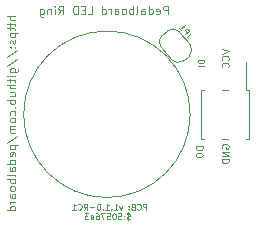
<source format=gbo>
G04 #@! TF.GenerationSoftware,KiCad,Pcbnew,7.0.9-7.0.9~ubuntu23.04.1*
G04 #@! TF.CreationDate,2024-01-10T19:27:55+00:00*
G04 #@! TF.ProjectId,pedalboard-led-ring,70656461-6c62-46f6-9172-642d6c65642d,1.1.0-RC1*
G04 #@! TF.SameCoordinates,Original*
G04 #@! TF.FileFunction,Legend,Bot*
G04 #@! TF.FilePolarity,Positive*
%FSLAX46Y46*%
G04 Gerber Fmt 4.6, Leading zero omitted, Abs format (unit mm)*
G04 Created by KiCad (PCBNEW 7.0.9-7.0.9~ubuntu23.04.1) date 2024-01-10 19:27:55*
%MOMM*%
%LPD*%
G01*
G04 APERTURE LIST*
%ADD10C,0.100000*%
%ADD11C,0.120000*%
%ADD12R,1.000000X2.750000*%
G04 APERTURE END LIST*
D10*
X87050000Y-60000000D02*
G75*
G03*
X87050000Y-60000000I-7050000J0D01*
G01*
X88203609Y-55384836D02*
X87703609Y-55384836D01*
X87703609Y-55384836D02*
X87703609Y-55503884D01*
X87703609Y-55503884D02*
X87727419Y-55575312D01*
X87727419Y-55575312D02*
X87775038Y-55622931D01*
X87775038Y-55622931D02*
X87822657Y-55646741D01*
X87822657Y-55646741D02*
X87917895Y-55670550D01*
X87917895Y-55670550D02*
X87989323Y-55670550D01*
X87989323Y-55670550D02*
X88084561Y-55646741D01*
X88084561Y-55646741D02*
X88132180Y-55622931D01*
X88132180Y-55622931D02*
X88179800Y-55575312D01*
X88179800Y-55575312D02*
X88203609Y-55503884D01*
X88203609Y-55503884D02*
X88203609Y-55384836D01*
X88203609Y-55884836D02*
X87703609Y-55884836D01*
X88121371Y-62708646D02*
X87521371Y-62708646D01*
X87521371Y-62708646D02*
X87521371Y-62851503D01*
X87521371Y-62851503D02*
X87549942Y-62937217D01*
X87549942Y-62937217D02*
X87607085Y-62994360D01*
X87607085Y-62994360D02*
X87664228Y-63022931D01*
X87664228Y-63022931D02*
X87778514Y-63051503D01*
X87778514Y-63051503D02*
X87864228Y-63051503D01*
X87864228Y-63051503D02*
X87978514Y-63022931D01*
X87978514Y-63022931D02*
X88035657Y-62994360D01*
X88035657Y-62994360D02*
X88092800Y-62937217D01*
X88092800Y-62937217D02*
X88121371Y-62851503D01*
X88121371Y-62851503D02*
X88121371Y-62708646D01*
X87521371Y-63422931D02*
X87521371Y-63480074D01*
X87521371Y-63480074D02*
X87549942Y-63537217D01*
X87549942Y-63537217D02*
X87578514Y-63565789D01*
X87578514Y-63565789D02*
X87635657Y-63594360D01*
X87635657Y-63594360D02*
X87749942Y-63622931D01*
X87749942Y-63622931D02*
X87892800Y-63622931D01*
X87892800Y-63622931D02*
X88007085Y-63594360D01*
X88007085Y-63594360D02*
X88064228Y-63565789D01*
X88064228Y-63565789D02*
X88092800Y-63537217D01*
X88092800Y-63537217D02*
X88121371Y-63480074D01*
X88121371Y-63480074D02*
X88121371Y-63422931D01*
X88121371Y-63422931D02*
X88092800Y-63365789D01*
X88092800Y-63365789D02*
X88064228Y-63337217D01*
X88064228Y-63337217D02*
X88007085Y-63308646D01*
X88007085Y-63308646D02*
X87892800Y-63280074D01*
X87892800Y-63280074D02*
X87749942Y-63280074D01*
X87749942Y-63280074D02*
X87635657Y-63308646D01*
X87635657Y-63308646D02*
X87578514Y-63337217D01*
X87578514Y-63337217D02*
X87549942Y-63365789D01*
X87549942Y-63365789D02*
X87521371Y-63422931D01*
X89749942Y-62872931D02*
X89721371Y-62815789D01*
X89721371Y-62815789D02*
X89721371Y-62730074D01*
X89721371Y-62730074D02*
X89749942Y-62644360D01*
X89749942Y-62644360D02*
X89807085Y-62587217D01*
X89807085Y-62587217D02*
X89864228Y-62558646D01*
X89864228Y-62558646D02*
X89978514Y-62530074D01*
X89978514Y-62530074D02*
X90064228Y-62530074D01*
X90064228Y-62530074D02*
X90178514Y-62558646D01*
X90178514Y-62558646D02*
X90235657Y-62587217D01*
X90235657Y-62587217D02*
X90292800Y-62644360D01*
X90292800Y-62644360D02*
X90321371Y-62730074D01*
X90321371Y-62730074D02*
X90321371Y-62787217D01*
X90321371Y-62787217D02*
X90292800Y-62872931D01*
X90292800Y-62872931D02*
X90264228Y-62901503D01*
X90264228Y-62901503D02*
X90064228Y-62901503D01*
X90064228Y-62901503D02*
X90064228Y-62787217D01*
X90321371Y-63158646D02*
X89721371Y-63158646D01*
X89721371Y-63158646D02*
X90321371Y-63501503D01*
X90321371Y-63501503D02*
X89721371Y-63501503D01*
X90321371Y-63787217D02*
X89721371Y-63787217D01*
X89721371Y-63787217D02*
X89721371Y-63930074D01*
X89721371Y-63930074D02*
X89749942Y-64015788D01*
X89749942Y-64015788D02*
X89807085Y-64072931D01*
X89807085Y-64072931D02*
X89864228Y-64101502D01*
X89864228Y-64101502D02*
X89978514Y-64130074D01*
X89978514Y-64130074D02*
X90064228Y-64130074D01*
X90064228Y-64130074D02*
X90178514Y-64101502D01*
X90178514Y-64101502D02*
X90235657Y-64072931D01*
X90235657Y-64072931D02*
X90292800Y-64015788D01*
X90292800Y-64015788D02*
X90321371Y-63930074D01*
X90321371Y-63930074D02*
X90321371Y-63787217D01*
X72249133Y-51703336D02*
X71549133Y-51703336D01*
X72249133Y-52003336D02*
X71882466Y-52003336D01*
X71882466Y-52003336D02*
X71815800Y-51970003D01*
X71815800Y-51970003D02*
X71782466Y-51903336D01*
X71782466Y-51903336D02*
X71782466Y-51803336D01*
X71782466Y-51803336D02*
X71815800Y-51736670D01*
X71815800Y-51736670D02*
X71849133Y-51703336D01*
X71782466Y-52236669D02*
X71782466Y-52503336D01*
X71549133Y-52336669D02*
X72149133Y-52336669D01*
X72149133Y-52336669D02*
X72215800Y-52370003D01*
X72215800Y-52370003D02*
X72249133Y-52436669D01*
X72249133Y-52436669D02*
X72249133Y-52503336D01*
X71782466Y-52636669D02*
X71782466Y-52903336D01*
X71549133Y-52736669D02*
X72149133Y-52736669D01*
X72149133Y-52736669D02*
X72215800Y-52770003D01*
X72215800Y-52770003D02*
X72249133Y-52836669D01*
X72249133Y-52836669D02*
X72249133Y-52903336D01*
X71782466Y-53136669D02*
X72482466Y-53136669D01*
X71815800Y-53136669D02*
X71782466Y-53203336D01*
X71782466Y-53203336D02*
X71782466Y-53336669D01*
X71782466Y-53336669D02*
X71815800Y-53403336D01*
X71815800Y-53403336D02*
X71849133Y-53436669D01*
X71849133Y-53436669D02*
X71915800Y-53470003D01*
X71915800Y-53470003D02*
X72115800Y-53470003D01*
X72115800Y-53470003D02*
X72182466Y-53436669D01*
X72182466Y-53436669D02*
X72215800Y-53403336D01*
X72215800Y-53403336D02*
X72249133Y-53336669D01*
X72249133Y-53336669D02*
X72249133Y-53203336D01*
X72249133Y-53203336D02*
X72215800Y-53136669D01*
X72215800Y-53736669D02*
X72249133Y-53803336D01*
X72249133Y-53803336D02*
X72249133Y-53936669D01*
X72249133Y-53936669D02*
X72215800Y-54003336D01*
X72215800Y-54003336D02*
X72149133Y-54036669D01*
X72149133Y-54036669D02*
X72115800Y-54036669D01*
X72115800Y-54036669D02*
X72049133Y-54003336D01*
X72049133Y-54003336D02*
X72015800Y-53936669D01*
X72015800Y-53936669D02*
X72015800Y-53836669D01*
X72015800Y-53836669D02*
X71982466Y-53770002D01*
X71982466Y-53770002D02*
X71915800Y-53736669D01*
X71915800Y-53736669D02*
X71882466Y-53736669D01*
X71882466Y-53736669D02*
X71815800Y-53770002D01*
X71815800Y-53770002D02*
X71782466Y-53836669D01*
X71782466Y-53836669D02*
X71782466Y-53936669D01*
X71782466Y-53936669D02*
X71815800Y-54003336D01*
X72182466Y-54336669D02*
X72215800Y-54370003D01*
X72215800Y-54370003D02*
X72249133Y-54336669D01*
X72249133Y-54336669D02*
X72215800Y-54303336D01*
X72215800Y-54303336D02*
X72182466Y-54336669D01*
X72182466Y-54336669D02*
X72249133Y-54336669D01*
X71815800Y-54336669D02*
X71849133Y-54370003D01*
X71849133Y-54370003D02*
X71882466Y-54336669D01*
X71882466Y-54336669D02*
X71849133Y-54303336D01*
X71849133Y-54303336D02*
X71815800Y-54336669D01*
X71815800Y-54336669D02*
X71882466Y-54336669D01*
X71515800Y-55170002D02*
X72415800Y-54570002D01*
X71515800Y-55903335D02*
X72415800Y-55303335D01*
X71782466Y-56436668D02*
X72349133Y-56436668D01*
X72349133Y-56436668D02*
X72415800Y-56403335D01*
X72415800Y-56403335D02*
X72449133Y-56370002D01*
X72449133Y-56370002D02*
X72482466Y-56303335D01*
X72482466Y-56303335D02*
X72482466Y-56203335D01*
X72482466Y-56203335D02*
X72449133Y-56136668D01*
X72215800Y-56436668D02*
X72249133Y-56370002D01*
X72249133Y-56370002D02*
X72249133Y-56236668D01*
X72249133Y-56236668D02*
X72215800Y-56170002D01*
X72215800Y-56170002D02*
X72182466Y-56136668D01*
X72182466Y-56136668D02*
X72115800Y-56103335D01*
X72115800Y-56103335D02*
X71915800Y-56103335D01*
X71915800Y-56103335D02*
X71849133Y-56136668D01*
X71849133Y-56136668D02*
X71815800Y-56170002D01*
X71815800Y-56170002D02*
X71782466Y-56236668D01*
X71782466Y-56236668D02*
X71782466Y-56370002D01*
X71782466Y-56370002D02*
X71815800Y-56436668D01*
X72249133Y-56770001D02*
X71782466Y-56770001D01*
X71549133Y-56770001D02*
X71582466Y-56736668D01*
X71582466Y-56736668D02*
X71615800Y-56770001D01*
X71615800Y-56770001D02*
X71582466Y-56803335D01*
X71582466Y-56803335D02*
X71549133Y-56770001D01*
X71549133Y-56770001D02*
X71615800Y-56770001D01*
X71782466Y-57003334D02*
X71782466Y-57270001D01*
X71549133Y-57103334D02*
X72149133Y-57103334D01*
X72149133Y-57103334D02*
X72215800Y-57136668D01*
X72215800Y-57136668D02*
X72249133Y-57203334D01*
X72249133Y-57203334D02*
X72249133Y-57270001D01*
X72249133Y-57503334D02*
X71549133Y-57503334D01*
X72249133Y-57803334D02*
X71882466Y-57803334D01*
X71882466Y-57803334D02*
X71815800Y-57770001D01*
X71815800Y-57770001D02*
X71782466Y-57703334D01*
X71782466Y-57703334D02*
X71782466Y-57603334D01*
X71782466Y-57603334D02*
X71815800Y-57536668D01*
X71815800Y-57536668D02*
X71849133Y-57503334D01*
X71782466Y-58436667D02*
X72249133Y-58436667D01*
X71782466Y-58136667D02*
X72149133Y-58136667D01*
X72149133Y-58136667D02*
X72215800Y-58170001D01*
X72215800Y-58170001D02*
X72249133Y-58236667D01*
X72249133Y-58236667D02*
X72249133Y-58336667D01*
X72249133Y-58336667D02*
X72215800Y-58403334D01*
X72215800Y-58403334D02*
X72182466Y-58436667D01*
X72249133Y-58770000D02*
X71549133Y-58770000D01*
X71815800Y-58770000D02*
X71782466Y-58836667D01*
X71782466Y-58836667D02*
X71782466Y-58970000D01*
X71782466Y-58970000D02*
X71815800Y-59036667D01*
X71815800Y-59036667D02*
X71849133Y-59070000D01*
X71849133Y-59070000D02*
X71915800Y-59103334D01*
X71915800Y-59103334D02*
X72115800Y-59103334D01*
X72115800Y-59103334D02*
X72182466Y-59070000D01*
X72182466Y-59070000D02*
X72215800Y-59036667D01*
X72215800Y-59036667D02*
X72249133Y-58970000D01*
X72249133Y-58970000D02*
X72249133Y-58836667D01*
X72249133Y-58836667D02*
X72215800Y-58770000D01*
X72182466Y-59403333D02*
X72215800Y-59436667D01*
X72215800Y-59436667D02*
X72249133Y-59403333D01*
X72249133Y-59403333D02*
X72215800Y-59370000D01*
X72215800Y-59370000D02*
X72182466Y-59403333D01*
X72182466Y-59403333D02*
X72249133Y-59403333D01*
X72215800Y-60036666D02*
X72249133Y-59970000D01*
X72249133Y-59970000D02*
X72249133Y-59836666D01*
X72249133Y-59836666D02*
X72215800Y-59770000D01*
X72215800Y-59770000D02*
X72182466Y-59736666D01*
X72182466Y-59736666D02*
X72115800Y-59703333D01*
X72115800Y-59703333D02*
X71915800Y-59703333D01*
X71915800Y-59703333D02*
X71849133Y-59736666D01*
X71849133Y-59736666D02*
X71815800Y-59770000D01*
X71815800Y-59770000D02*
X71782466Y-59836666D01*
X71782466Y-59836666D02*
X71782466Y-59970000D01*
X71782466Y-59970000D02*
X71815800Y-60036666D01*
X72249133Y-60436666D02*
X72215800Y-60370000D01*
X72215800Y-60370000D02*
X72182466Y-60336666D01*
X72182466Y-60336666D02*
X72115800Y-60303333D01*
X72115800Y-60303333D02*
X71915800Y-60303333D01*
X71915800Y-60303333D02*
X71849133Y-60336666D01*
X71849133Y-60336666D02*
X71815800Y-60370000D01*
X71815800Y-60370000D02*
X71782466Y-60436666D01*
X71782466Y-60436666D02*
X71782466Y-60536666D01*
X71782466Y-60536666D02*
X71815800Y-60603333D01*
X71815800Y-60603333D02*
X71849133Y-60636666D01*
X71849133Y-60636666D02*
X71915800Y-60670000D01*
X71915800Y-60670000D02*
X72115800Y-60670000D01*
X72115800Y-60670000D02*
X72182466Y-60636666D01*
X72182466Y-60636666D02*
X72215800Y-60603333D01*
X72215800Y-60603333D02*
X72249133Y-60536666D01*
X72249133Y-60536666D02*
X72249133Y-60436666D01*
X72249133Y-60969999D02*
X71782466Y-60969999D01*
X71849133Y-60969999D02*
X71815800Y-61003333D01*
X71815800Y-61003333D02*
X71782466Y-61069999D01*
X71782466Y-61069999D02*
X71782466Y-61169999D01*
X71782466Y-61169999D02*
X71815800Y-61236666D01*
X71815800Y-61236666D02*
X71882466Y-61269999D01*
X71882466Y-61269999D02*
X72249133Y-61269999D01*
X71882466Y-61269999D02*
X71815800Y-61303333D01*
X71815800Y-61303333D02*
X71782466Y-61369999D01*
X71782466Y-61369999D02*
X71782466Y-61469999D01*
X71782466Y-61469999D02*
X71815800Y-61536666D01*
X71815800Y-61536666D02*
X71882466Y-61569999D01*
X71882466Y-61569999D02*
X72249133Y-61569999D01*
X71515800Y-62403332D02*
X72415800Y-61803332D01*
X71782466Y-62636665D02*
X72482466Y-62636665D01*
X71815800Y-62636665D02*
X71782466Y-62703332D01*
X71782466Y-62703332D02*
X71782466Y-62836665D01*
X71782466Y-62836665D02*
X71815800Y-62903332D01*
X71815800Y-62903332D02*
X71849133Y-62936665D01*
X71849133Y-62936665D02*
X71915800Y-62969999D01*
X71915800Y-62969999D02*
X72115800Y-62969999D01*
X72115800Y-62969999D02*
X72182466Y-62936665D01*
X72182466Y-62936665D02*
X72215800Y-62903332D01*
X72215800Y-62903332D02*
X72249133Y-62836665D01*
X72249133Y-62836665D02*
X72249133Y-62703332D01*
X72249133Y-62703332D02*
X72215800Y-62636665D01*
X72215800Y-63536665D02*
X72249133Y-63469998D01*
X72249133Y-63469998D02*
X72249133Y-63336665D01*
X72249133Y-63336665D02*
X72215800Y-63269998D01*
X72215800Y-63269998D02*
X72149133Y-63236665D01*
X72149133Y-63236665D02*
X71882466Y-63236665D01*
X71882466Y-63236665D02*
X71815800Y-63269998D01*
X71815800Y-63269998D02*
X71782466Y-63336665D01*
X71782466Y-63336665D02*
X71782466Y-63469998D01*
X71782466Y-63469998D02*
X71815800Y-63536665D01*
X71815800Y-63536665D02*
X71882466Y-63569998D01*
X71882466Y-63569998D02*
X71949133Y-63569998D01*
X71949133Y-63569998D02*
X72015800Y-63236665D01*
X72249133Y-64169998D02*
X71549133Y-64169998D01*
X72215800Y-64169998D02*
X72249133Y-64103332D01*
X72249133Y-64103332D02*
X72249133Y-63969998D01*
X72249133Y-63969998D02*
X72215800Y-63903332D01*
X72215800Y-63903332D02*
X72182466Y-63869998D01*
X72182466Y-63869998D02*
X72115800Y-63836665D01*
X72115800Y-63836665D02*
X71915800Y-63836665D01*
X71915800Y-63836665D02*
X71849133Y-63869998D01*
X71849133Y-63869998D02*
X71815800Y-63903332D01*
X71815800Y-63903332D02*
X71782466Y-63969998D01*
X71782466Y-63969998D02*
X71782466Y-64103332D01*
X71782466Y-64103332D02*
X71815800Y-64169998D01*
X72249133Y-64803331D02*
X71882466Y-64803331D01*
X71882466Y-64803331D02*
X71815800Y-64769998D01*
X71815800Y-64769998D02*
X71782466Y-64703331D01*
X71782466Y-64703331D02*
X71782466Y-64569998D01*
X71782466Y-64569998D02*
X71815800Y-64503331D01*
X72215800Y-64803331D02*
X72249133Y-64736665D01*
X72249133Y-64736665D02*
X72249133Y-64569998D01*
X72249133Y-64569998D02*
X72215800Y-64503331D01*
X72215800Y-64503331D02*
X72149133Y-64469998D01*
X72149133Y-64469998D02*
X72082466Y-64469998D01*
X72082466Y-64469998D02*
X72015800Y-64503331D01*
X72015800Y-64503331D02*
X71982466Y-64569998D01*
X71982466Y-64569998D02*
X71982466Y-64736665D01*
X71982466Y-64736665D02*
X71949133Y-64803331D01*
X72249133Y-65236664D02*
X72215800Y-65169998D01*
X72215800Y-65169998D02*
X72149133Y-65136664D01*
X72149133Y-65136664D02*
X71549133Y-65136664D01*
X72249133Y-65503331D02*
X71549133Y-65503331D01*
X71815800Y-65503331D02*
X71782466Y-65569998D01*
X71782466Y-65569998D02*
X71782466Y-65703331D01*
X71782466Y-65703331D02*
X71815800Y-65769998D01*
X71815800Y-65769998D02*
X71849133Y-65803331D01*
X71849133Y-65803331D02*
X71915800Y-65836665D01*
X71915800Y-65836665D02*
X72115800Y-65836665D01*
X72115800Y-65836665D02*
X72182466Y-65803331D01*
X72182466Y-65803331D02*
X72215800Y-65769998D01*
X72215800Y-65769998D02*
X72249133Y-65703331D01*
X72249133Y-65703331D02*
X72249133Y-65569998D01*
X72249133Y-65569998D02*
X72215800Y-65503331D01*
X72249133Y-66236664D02*
X72215800Y-66169998D01*
X72215800Y-66169998D02*
X72182466Y-66136664D01*
X72182466Y-66136664D02*
X72115800Y-66103331D01*
X72115800Y-66103331D02*
X71915800Y-66103331D01*
X71915800Y-66103331D02*
X71849133Y-66136664D01*
X71849133Y-66136664D02*
X71815800Y-66169998D01*
X71815800Y-66169998D02*
X71782466Y-66236664D01*
X71782466Y-66236664D02*
X71782466Y-66336664D01*
X71782466Y-66336664D02*
X71815800Y-66403331D01*
X71815800Y-66403331D02*
X71849133Y-66436664D01*
X71849133Y-66436664D02*
X71915800Y-66469998D01*
X71915800Y-66469998D02*
X72115800Y-66469998D01*
X72115800Y-66469998D02*
X72182466Y-66436664D01*
X72182466Y-66436664D02*
X72215800Y-66403331D01*
X72215800Y-66403331D02*
X72249133Y-66336664D01*
X72249133Y-66336664D02*
X72249133Y-66236664D01*
X72249133Y-67069997D02*
X71882466Y-67069997D01*
X71882466Y-67069997D02*
X71815800Y-67036664D01*
X71815800Y-67036664D02*
X71782466Y-66969997D01*
X71782466Y-66969997D02*
X71782466Y-66836664D01*
X71782466Y-66836664D02*
X71815800Y-66769997D01*
X72215800Y-67069997D02*
X72249133Y-67003331D01*
X72249133Y-67003331D02*
X72249133Y-66836664D01*
X72249133Y-66836664D02*
X72215800Y-66769997D01*
X72215800Y-66769997D02*
X72149133Y-66736664D01*
X72149133Y-66736664D02*
X72082466Y-66736664D01*
X72082466Y-66736664D02*
X72015800Y-66769997D01*
X72015800Y-66769997D02*
X71982466Y-66836664D01*
X71982466Y-66836664D02*
X71982466Y-67003331D01*
X71982466Y-67003331D02*
X71949133Y-67069997D01*
X72249133Y-67403330D02*
X71782466Y-67403330D01*
X71915800Y-67403330D02*
X71849133Y-67436664D01*
X71849133Y-67436664D02*
X71815800Y-67469997D01*
X71815800Y-67469997D02*
X71782466Y-67536664D01*
X71782466Y-67536664D02*
X71782466Y-67603330D01*
X72249133Y-68136663D02*
X71549133Y-68136663D01*
X72215800Y-68136663D02*
X72249133Y-68069997D01*
X72249133Y-68069997D02*
X72249133Y-67936663D01*
X72249133Y-67936663D02*
X72215800Y-67869997D01*
X72215800Y-67869997D02*
X72182466Y-67836663D01*
X72182466Y-67836663D02*
X72115800Y-67803330D01*
X72115800Y-67803330D02*
X71915800Y-67803330D01*
X71915800Y-67803330D02*
X71849133Y-67836663D01*
X71849133Y-67836663D02*
X71815800Y-67869997D01*
X71815800Y-67869997D02*
X71782466Y-67936663D01*
X71782466Y-67936663D02*
X71782466Y-68069997D01*
X71782466Y-68069997D02*
X71815800Y-68136663D01*
X89711371Y-54462931D02*
X90311371Y-54662931D01*
X90311371Y-54662931D02*
X89711371Y-54862931D01*
X90254228Y-55405789D02*
X90282800Y-55377217D01*
X90282800Y-55377217D02*
X90311371Y-55291503D01*
X90311371Y-55291503D02*
X90311371Y-55234360D01*
X90311371Y-55234360D02*
X90282800Y-55148646D01*
X90282800Y-55148646D02*
X90225657Y-55091503D01*
X90225657Y-55091503D02*
X90168514Y-55062932D01*
X90168514Y-55062932D02*
X90054228Y-55034360D01*
X90054228Y-55034360D02*
X89968514Y-55034360D01*
X89968514Y-55034360D02*
X89854228Y-55062932D01*
X89854228Y-55062932D02*
X89797085Y-55091503D01*
X89797085Y-55091503D02*
X89739942Y-55148646D01*
X89739942Y-55148646D02*
X89711371Y-55234360D01*
X89711371Y-55234360D02*
X89711371Y-55291503D01*
X89711371Y-55291503D02*
X89739942Y-55377217D01*
X89739942Y-55377217D02*
X89768514Y-55405789D01*
X90254228Y-56005789D02*
X90282800Y-55977217D01*
X90282800Y-55977217D02*
X90311371Y-55891503D01*
X90311371Y-55891503D02*
X90311371Y-55834360D01*
X90311371Y-55834360D02*
X90282800Y-55748646D01*
X90282800Y-55748646D02*
X90225657Y-55691503D01*
X90225657Y-55691503D02*
X90168514Y-55662932D01*
X90168514Y-55662932D02*
X90054228Y-55634360D01*
X90054228Y-55634360D02*
X89968514Y-55634360D01*
X89968514Y-55634360D02*
X89854228Y-55662932D01*
X89854228Y-55662932D02*
X89797085Y-55691503D01*
X89797085Y-55691503D02*
X89739942Y-55748646D01*
X89739942Y-55748646D02*
X89711371Y-55834360D01*
X89711371Y-55834360D02*
X89711371Y-55891503D01*
X89711371Y-55891503D02*
X89739942Y-55977217D01*
X89739942Y-55977217D02*
X89768514Y-56005789D01*
X83351426Y-68078609D02*
X83351426Y-67578609D01*
X83351426Y-67578609D02*
X83160950Y-67578609D01*
X83160950Y-67578609D02*
X83113331Y-67602419D01*
X83113331Y-67602419D02*
X83089521Y-67626228D01*
X83089521Y-67626228D02*
X83065712Y-67673847D01*
X83065712Y-67673847D02*
X83065712Y-67745276D01*
X83065712Y-67745276D02*
X83089521Y-67792895D01*
X83089521Y-67792895D02*
X83113331Y-67816704D01*
X83113331Y-67816704D02*
X83160950Y-67840514D01*
X83160950Y-67840514D02*
X83351426Y-67840514D01*
X82565712Y-68030990D02*
X82589521Y-68054800D01*
X82589521Y-68054800D02*
X82660950Y-68078609D01*
X82660950Y-68078609D02*
X82708569Y-68078609D01*
X82708569Y-68078609D02*
X82779997Y-68054800D01*
X82779997Y-68054800D02*
X82827616Y-68007180D01*
X82827616Y-68007180D02*
X82851426Y-67959561D01*
X82851426Y-67959561D02*
X82875235Y-67864323D01*
X82875235Y-67864323D02*
X82875235Y-67792895D01*
X82875235Y-67792895D02*
X82851426Y-67697657D01*
X82851426Y-67697657D02*
X82827616Y-67650038D01*
X82827616Y-67650038D02*
X82779997Y-67602419D01*
X82779997Y-67602419D02*
X82708569Y-67578609D01*
X82708569Y-67578609D02*
X82660950Y-67578609D01*
X82660950Y-67578609D02*
X82589521Y-67602419D01*
X82589521Y-67602419D02*
X82565712Y-67626228D01*
X82184759Y-67816704D02*
X82113331Y-67840514D01*
X82113331Y-67840514D02*
X82089521Y-67864323D01*
X82089521Y-67864323D02*
X82065712Y-67911942D01*
X82065712Y-67911942D02*
X82065712Y-67983371D01*
X82065712Y-67983371D02*
X82089521Y-68030990D01*
X82089521Y-68030990D02*
X82113331Y-68054800D01*
X82113331Y-68054800D02*
X82160950Y-68078609D01*
X82160950Y-68078609D02*
X82351426Y-68078609D01*
X82351426Y-68078609D02*
X82351426Y-67578609D01*
X82351426Y-67578609D02*
X82184759Y-67578609D01*
X82184759Y-67578609D02*
X82137140Y-67602419D01*
X82137140Y-67602419D02*
X82113331Y-67626228D01*
X82113331Y-67626228D02*
X82089521Y-67673847D01*
X82089521Y-67673847D02*
X82089521Y-67721466D01*
X82089521Y-67721466D02*
X82113331Y-67769085D01*
X82113331Y-67769085D02*
X82137140Y-67792895D01*
X82137140Y-67792895D02*
X82184759Y-67816704D01*
X82184759Y-67816704D02*
X82351426Y-67816704D01*
X81851426Y-68030990D02*
X81827616Y-68054800D01*
X81827616Y-68054800D02*
X81851426Y-68078609D01*
X81851426Y-68078609D02*
X81875235Y-68054800D01*
X81875235Y-68054800D02*
X81851426Y-68030990D01*
X81851426Y-68030990D02*
X81851426Y-68078609D01*
X81851426Y-67769085D02*
X81827616Y-67792895D01*
X81827616Y-67792895D02*
X81851426Y-67816704D01*
X81851426Y-67816704D02*
X81875235Y-67792895D01*
X81875235Y-67792895D02*
X81851426Y-67769085D01*
X81851426Y-67769085D02*
X81851426Y-67816704D01*
X81279998Y-67745276D02*
X81160950Y-68078609D01*
X81160950Y-68078609D02*
X81041903Y-67745276D01*
X80589522Y-68078609D02*
X80875236Y-68078609D01*
X80732379Y-68078609D02*
X80732379Y-67578609D01*
X80732379Y-67578609D02*
X80779998Y-67650038D01*
X80779998Y-67650038D02*
X80827617Y-67697657D01*
X80827617Y-67697657D02*
X80875236Y-67721466D01*
X80375237Y-68030990D02*
X80351427Y-68054800D01*
X80351427Y-68054800D02*
X80375237Y-68078609D01*
X80375237Y-68078609D02*
X80399046Y-68054800D01*
X80399046Y-68054800D02*
X80375237Y-68030990D01*
X80375237Y-68030990D02*
X80375237Y-68078609D01*
X79875237Y-68078609D02*
X80160951Y-68078609D01*
X80018094Y-68078609D02*
X80018094Y-67578609D01*
X80018094Y-67578609D02*
X80065713Y-67650038D01*
X80065713Y-67650038D02*
X80113332Y-67697657D01*
X80113332Y-67697657D02*
X80160951Y-67721466D01*
X79660952Y-68030990D02*
X79637142Y-68054800D01*
X79637142Y-68054800D02*
X79660952Y-68078609D01*
X79660952Y-68078609D02*
X79684761Y-68054800D01*
X79684761Y-68054800D02*
X79660952Y-68030990D01*
X79660952Y-68030990D02*
X79660952Y-68078609D01*
X79327619Y-67578609D02*
X79280000Y-67578609D01*
X79280000Y-67578609D02*
X79232381Y-67602419D01*
X79232381Y-67602419D02*
X79208571Y-67626228D01*
X79208571Y-67626228D02*
X79184762Y-67673847D01*
X79184762Y-67673847D02*
X79160952Y-67769085D01*
X79160952Y-67769085D02*
X79160952Y-67888133D01*
X79160952Y-67888133D02*
X79184762Y-67983371D01*
X79184762Y-67983371D02*
X79208571Y-68030990D01*
X79208571Y-68030990D02*
X79232381Y-68054800D01*
X79232381Y-68054800D02*
X79280000Y-68078609D01*
X79280000Y-68078609D02*
X79327619Y-68078609D01*
X79327619Y-68078609D02*
X79375238Y-68054800D01*
X79375238Y-68054800D02*
X79399047Y-68030990D01*
X79399047Y-68030990D02*
X79422857Y-67983371D01*
X79422857Y-67983371D02*
X79446666Y-67888133D01*
X79446666Y-67888133D02*
X79446666Y-67769085D01*
X79446666Y-67769085D02*
X79422857Y-67673847D01*
X79422857Y-67673847D02*
X79399047Y-67626228D01*
X79399047Y-67626228D02*
X79375238Y-67602419D01*
X79375238Y-67602419D02*
X79327619Y-67578609D01*
X78946667Y-67888133D02*
X78565715Y-67888133D01*
X78041905Y-68078609D02*
X78208571Y-67840514D01*
X78327619Y-68078609D02*
X78327619Y-67578609D01*
X78327619Y-67578609D02*
X78137143Y-67578609D01*
X78137143Y-67578609D02*
X78089524Y-67602419D01*
X78089524Y-67602419D02*
X78065714Y-67626228D01*
X78065714Y-67626228D02*
X78041905Y-67673847D01*
X78041905Y-67673847D02*
X78041905Y-67745276D01*
X78041905Y-67745276D02*
X78065714Y-67792895D01*
X78065714Y-67792895D02*
X78089524Y-67816704D01*
X78089524Y-67816704D02*
X78137143Y-67840514D01*
X78137143Y-67840514D02*
X78327619Y-67840514D01*
X77541905Y-68030990D02*
X77565714Y-68054800D01*
X77565714Y-68054800D02*
X77637143Y-68078609D01*
X77637143Y-68078609D02*
X77684762Y-68078609D01*
X77684762Y-68078609D02*
X77756190Y-68054800D01*
X77756190Y-68054800D02*
X77803809Y-68007180D01*
X77803809Y-68007180D02*
X77827619Y-67959561D01*
X77827619Y-67959561D02*
X77851428Y-67864323D01*
X77851428Y-67864323D02*
X77851428Y-67792895D01*
X77851428Y-67792895D02*
X77827619Y-67697657D01*
X77827619Y-67697657D02*
X77803809Y-67650038D01*
X77803809Y-67650038D02*
X77756190Y-67602419D01*
X77756190Y-67602419D02*
X77684762Y-67578609D01*
X77684762Y-67578609D02*
X77637143Y-67578609D01*
X77637143Y-67578609D02*
X77565714Y-67602419D01*
X77565714Y-67602419D02*
X77541905Y-67626228D01*
X77065714Y-68078609D02*
X77351428Y-68078609D01*
X77208571Y-68078609D02*
X77208571Y-67578609D01*
X77208571Y-67578609D02*
X77256190Y-67650038D01*
X77256190Y-67650038D02*
X77303809Y-67697657D01*
X77303809Y-67697657D02*
X77351428Y-67721466D01*
X81946664Y-68859800D02*
X81875236Y-68883609D01*
X81875236Y-68883609D02*
X81756188Y-68883609D01*
X81756188Y-68883609D02*
X81708569Y-68859800D01*
X81708569Y-68859800D02*
X81684760Y-68835990D01*
X81684760Y-68835990D02*
X81660950Y-68788371D01*
X81660950Y-68788371D02*
X81660950Y-68740752D01*
X81660950Y-68740752D02*
X81684760Y-68693133D01*
X81684760Y-68693133D02*
X81708569Y-68669323D01*
X81708569Y-68669323D02*
X81756188Y-68645514D01*
X81756188Y-68645514D02*
X81851426Y-68621704D01*
X81851426Y-68621704D02*
X81899045Y-68597895D01*
X81899045Y-68597895D02*
X81922855Y-68574085D01*
X81922855Y-68574085D02*
X81946664Y-68526466D01*
X81946664Y-68526466D02*
X81946664Y-68478847D01*
X81946664Y-68478847D02*
X81922855Y-68431228D01*
X81922855Y-68431228D02*
X81899045Y-68407419D01*
X81899045Y-68407419D02*
X81851426Y-68383609D01*
X81851426Y-68383609D02*
X81732379Y-68383609D01*
X81732379Y-68383609D02*
X81660950Y-68407419D01*
X81803807Y-68312180D02*
X81803807Y-68955038D01*
X81446665Y-68835990D02*
X81422855Y-68859800D01*
X81422855Y-68859800D02*
X81446665Y-68883609D01*
X81446665Y-68883609D02*
X81470474Y-68859800D01*
X81470474Y-68859800D02*
X81446665Y-68835990D01*
X81446665Y-68835990D02*
X81446665Y-68883609D01*
X81446665Y-68574085D02*
X81422855Y-68597895D01*
X81422855Y-68597895D02*
X81446665Y-68621704D01*
X81446665Y-68621704D02*
X81470474Y-68597895D01*
X81470474Y-68597895D02*
X81446665Y-68574085D01*
X81446665Y-68574085D02*
X81446665Y-68621704D01*
X80970475Y-68383609D02*
X81208570Y-68383609D01*
X81208570Y-68383609D02*
X81232379Y-68621704D01*
X81232379Y-68621704D02*
X81208570Y-68597895D01*
X81208570Y-68597895D02*
X81160951Y-68574085D01*
X81160951Y-68574085D02*
X81041903Y-68574085D01*
X81041903Y-68574085D02*
X80994284Y-68597895D01*
X80994284Y-68597895D02*
X80970475Y-68621704D01*
X80970475Y-68621704D02*
X80946665Y-68669323D01*
X80946665Y-68669323D02*
X80946665Y-68788371D01*
X80946665Y-68788371D02*
X80970475Y-68835990D01*
X80970475Y-68835990D02*
X80994284Y-68859800D01*
X80994284Y-68859800D02*
X81041903Y-68883609D01*
X81041903Y-68883609D02*
X81160951Y-68883609D01*
X81160951Y-68883609D02*
X81208570Y-68859800D01*
X81208570Y-68859800D02*
X81232379Y-68835990D01*
X80637142Y-68383609D02*
X80589523Y-68383609D01*
X80589523Y-68383609D02*
X80541904Y-68407419D01*
X80541904Y-68407419D02*
X80518094Y-68431228D01*
X80518094Y-68431228D02*
X80494285Y-68478847D01*
X80494285Y-68478847D02*
X80470475Y-68574085D01*
X80470475Y-68574085D02*
X80470475Y-68693133D01*
X80470475Y-68693133D02*
X80494285Y-68788371D01*
X80494285Y-68788371D02*
X80518094Y-68835990D01*
X80518094Y-68835990D02*
X80541904Y-68859800D01*
X80541904Y-68859800D02*
X80589523Y-68883609D01*
X80589523Y-68883609D02*
X80637142Y-68883609D01*
X80637142Y-68883609D02*
X80684761Y-68859800D01*
X80684761Y-68859800D02*
X80708570Y-68835990D01*
X80708570Y-68835990D02*
X80732380Y-68788371D01*
X80732380Y-68788371D02*
X80756189Y-68693133D01*
X80756189Y-68693133D02*
X80756189Y-68574085D01*
X80756189Y-68574085D02*
X80732380Y-68478847D01*
X80732380Y-68478847D02*
X80708570Y-68431228D01*
X80708570Y-68431228D02*
X80684761Y-68407419D01*
X80684761Y-68407419D02*
X80637142Y-68383609D01*
X80018095Y-68383609D02*
X80256190Y-68383609D01*
X80256190Y-68383609D02*
X80279999Y-68621704D01*
X80279999Y-68621704D02*
X80256190Y-68597895D01*
X80256190Y-68597895D02*
X80208571Y-68574085D01*
X80208571Y-68574085D02*
X80089523Y-68574085D01*
X80089523Y-68574085D02*
X80041904Y-68597895D01*
X80041904Y-68597895D02*
X80018095Y-68621704D01*
X80018095Y-68621704D02*
X79994285Y-68669323D01*
X79994285Y-68669323D02*
X79994285Y-68788371D01*
X79994285Y-68788371D02*
X80018095Y-68835990D01*
X80018095Y-68835990D02*
X80041904Y-68859800D01*
X80041904Y-68859800D02*
X80089523Y-68883609D01*
X80089523Y-68883609D02*
X80208571Y-68883609D01*
X80208571Y-68883609D02*
X80256190Y-68859800D01*
X80256190Y-68859800D02*
X80279999Y-68835990D01*
X79827619Y-68383609D02*
X79494286Y-68383609D01*
X79494286Y-68383609D02*
X79708571Y-68883609D01*
X79089524Y-68383609D02*
X79184762Y-68383609D01*
X79184762Y-68383609D02*
X79232381Y-68407419D01*
X79232381Y-68407419D02*
X79256191Y-68431228D01*
X79256191Y-68431228D02*
X79303810Y-68502657D01*
X79303810Y-68502657D02*
X79327619Y-68597895D01*
X79327619Y-68597895D02*
X79327619Y-68788371D01*
X79327619Y-68788371D02*
X79303810Y-68835990D01*
X79303810Y-68835990D02*
X79280000Y-68859800D01*
X79280000Y-68859800D02*
X79232381Y-68883609D01*
X79232381Y-68883609D02*
X79137143Y-68883609D01*
X79137143Y-68883609D02*
X79089524Y-68859800D01*
X79089524Y-68859800D02*
X79065715Y-68835990D01*
X79065715Y-68835990D02*
X79041905Y-68788371D01*
X79041905Y-68788371D02*
X79041905Y-68669323D01*
X79041905Y-68669323D02*
X79065715Y-68621704D01*
X79065715Y-68621704D02*
X79089524Y-68597895D01*
X79089524Y-68597895D02*
X79137143Y-68574085D01*
X79137143Y-68574085D02*
X79232381Y-68574085D01*
X79232381Y-68574085D02*
X79280000Y-68597895D01*
X79280000Y-68597895D02*
X79303810Y-68621704D01*
X79303810Y-68621704D02*
X79327619Y-68669323D01*
X78613334Y-68883609D02*
X78613334Y-68621704D01*
X78613334Y-68621704D02*
X78637144Y-68574085D01*
X78637144Y-68574085D02*
X78684763Y-68550276D01*
X78684763Y-68550276D02*
X78780001Y-68550276D01*
X78780001Y-68550276D02*
X78827620Y-68574085D01*
X78613334Y-68859800D02*
X78660953Y-68883609D01*
X78660953Y-68883609D02*
X78780001Y-68883609D01*
X78780001Y-68883609D02*
X78827620Y-68859800D01*
X78827620Y-68859800D02*
X78851429Y-68812180D01*
X78851429Y-68812180D02*
X78851429Y-68764561D01*
X78851429Y-68764561D02*
X78827620Y-68716942D01*
X78827620Y-68716942D02*
X78780001Y-68693133D01*
X78780001Y-68693133D02*
X78660953Y-68693133D01*
X78660953Y-68693133D02*
X78613334Y-68669323D01*
X78422858Y-68383609D02*
X78113334Y-68383609D01*
X78113334Y-68383609D02*
X78280001Y-68574085D01*
X78280001Y-68574085D02*
X78208572Y-68574085D01*
X78208572Y-68574085D02*
X78160953Y-68597895D01*
X78160953Y-68597895D02*
X78137144Y-68621704D01*
X78137144Y-68621704D02*
X78113334Y-68669323D01*
X78113334Y-68669323D02*
X78113334Y-68788371D01*
X78113334Y-68788371D02*
X78137144Y-68835990D01*
X78137144Y-68835990D02*
X78160953Y-68859800D01*
X78160953Y-68859800D02*
X78208572Y-68883609D01*
X78208572Y-68883609D02*
X78351429Y-68883609D01*
X78351429Y-68883609D02*
X78399048Y-68859800D01*
X78399048Y-68859800D02*
X78422858Y-68835990D01*
X85146664Y-51529133D02*
X85146664Y-50829133D01*
X85146664Y-50829133D02*
X84879997Y-50829133D01*
X84879997Y-50829133D02*
X84813331Y-50862466D01*
X84813331Y-50862466D02*
X84779997Y-50895800D01*
X84779997Y-50895800D02*
X84746664Y-50962466D01*
X84746664Y-50962466D02*
X84746664Y-51062466D01*
X84746664Y-51062466D02*
X84779997Y-51129133D01*
X84779997Y-51129133D02*
X84813331Y-51162466D01*
X84813331Y-51162466D02*
X84879997Y-51195800D01*
X84879997Y-51195800D02*
X85146664Y-51195800D01*
X84179997Y-51495800D02*
X84246664Y-51529133D01*
X84246664Y-51529133D02*
X84379997Y-51529133D01*
X84379997Y-51529133D02*
X84446664Y-51495800D01*
X84446664Y-51495800D02*
X84479997Y-51429133D01*
X84479997Y-51429133D02*
X84479997Y-51162466D01*
X84479997Y-51162466D02*
X84446664Y-51095800D01*
X84446664Y-51095800D02*
X84379997Y-51062466D01*
X84379997Y-51062466D02*
X84246664Y-51062466D01*
X84246664Y-51062466D02*
X84179997Y-51095800D01*
X84179997Y-51095800D02*
X84146664Y-51162466D01*
X84146664Y-51162466D02*
X84146664Y-51229133D01*
X84146664Y-51229133D02*
X84479997Y-51295800D01*
X83546664Y-51529133D02*
X83546664Y-50829133D01*
X83546664Y-51495800D02*
X83613331Y-51529133D01*
X83613331Y-51529133D02*
X83746664Y-51529133D01*
X83746664Y-51529133D02*
X83813331Y-51495800D01*
X83813331Y-51495800D02*
X83846664Y-51462466D01*
X83846664Y-51462466D02*
X83879997Y-51395800D01*
X83879997Y-51395800D02*
X83879997Y-51195800D01*
X83879997Y-51195800D02*
X83846664Y-51129133D01*
X83846664Y-51129133D02*
X83813331Y-51095800D01*
X83813331Y-51095800D02*
X83746664Y-51062466D01*
X83746664Y-51062466D02*
X83613331Y-51062466D01*
X83613331Y-51062466D02*
X83546664Y-51095800D01*
X82913331Y-51529133D02*
X82913331Y-51162466D01*
X82913331Y-51162466D02*
X82946664Y-51095800D01*
X82946664Y-51095800D02*
X83013331Y-51062466D01*
X83013331Y-51062466D02*
X83146664Y-51062466D01*
X83146664Y-51062466D02*
X83213331Y-51095800D01*
X82913331Y-51495800D02*
X82979998Y-51529133D01*
X82979998Y-51529133D02*
X83146664Y-51529133D01*
X83146664Y-51529133D02*
X83213331Y-51495800D01*
X83213331Y-51495800D02*
X83246664Y-51429133D01*
X83246664Y-51429133D02*
X83246664Y-51362466D01*
X83246664Y-51362466D02*
X83213331Y-51295800D01*
X83213331Y-51295800D02*
X83146664Y-51262466D01*
X83146664Y-51262466D02*
X82979998Y-51262466D01*
X82979998Y-51262466D02*
X82913331Y-51229133D01*
X82479998Y-51529133D02*
X82546665Y-51495800D01*
X82546665Y-51495800D02*
X82579998Y-51429133D01*
X82579998Y-51429133D02*
X82579998Y-50829133D01*
X82213331Y-51529133D02*
X82213331Y-50829133D01*
X82213331Y-51095800D02*
X82146664Y-51062466D01*
X82146664Y-51062466D02*
X82013331Y-51062466D01*
X82013331Y-51062466D02*
X81946664Y-51095800D01*
X81946664Y-51095800D02*
X81913331Y-51129133D01*
X81913331Y-51129133D02*
X81879998Y-51195800D01*
X81879998Y-51195800D02*
X81879998Y-51395800D01*
X81879998Y-51395800D02*
X81913331Y-51462466D01*
X81913331Y-51462466D02*
X81946664Y-51495800D01*
X81946664Y-51495800D02*
X82013331Y-51529133D01*
X82013331Y-51529133D02*
X82146664Y-51529133D01*
X82146664Y-51529133D02*
X82213331Y-51495800D01*
X81479998Y-51529133D02*
X81546665Y-51495800D01*
X81546665Y-51495800D02*
X81579998Y-51462466D01*
X81579998Y-51462466D02*
X81613331Y-51395800D01*
X81613331Y-51395800D02*
X81613331Y-51195800D01*
X81613331Y-51195800D02*
X81579998Y-51129133D01*
X81579998Y-51129133D02*
X81546665Y-51095800D01*
X81546665Y-51095800D02*
X81479998Y-51062466D01*
X81479998Y-51062466D02*
X81379998Y-51062466D01*
X81379998Y-51062466D02*
X81313331Y-51095800D01*
X81313331Y-51095800D02*
X81279998Y-51129133D01*
X81279998Y-51129133D02*
X81246665Y-51195800D01*
X81246665Y-51195800D02*
X81246665Y-51395800D01*
X81246665Y-51395800D02*
X81279998Y-51462466D01*
X81279998Y-51462466D02*
X81313331Y-51495800D01*
X81313331Y-51495800D02*
X81379998Y-51529133D01*
X81379998Y-51529133D02*
X81479998Y-51529133D01*
X80646665Y-51529133D02*
X80646665Y-51162466D01*
X80646665Y-51162466D02*
X80679998Y-51095800D01*
X80679998Y-51095800D02*
X80746665Y-51062466D01*
X80746665Y-51062466D02*
X80879998Y-51062466D01*
X80879998Y-51062466D02*
X80946665Y-51095800D01*
X80646665Y-51495800D02*
X80713332Y-51529133D01*
X80713332Y-51529133D02*
X80879998Y-51529133D01*
X80879998Y-51529133D02*
X80946665Y-51495800D01*
X80946665Y-51495800D02*
X80979998Y-51429133D01*
X80979998Y-51429133D02*
X80979998Y-51362466D01*
X80979998Y-51362466D02*
X80946665Y-51295800D01*
X80946665Y-51295800D02*
X80879998Y-51262466D01*
X80879998Y-51262466D02*
X80713332Y-51262466D01*
X80713332Y-51262466D02*
X80646665Y-51229133D01*
X80313332Y-51529133D02*
X80313332Y-51062466D01*
X80313332Y-51195800D02*
X80279999Y-51129133D01*
X80279999Y-51129133D02*
X80246665Y-51095800D01*
X80246665Y-51095800D02*
X80179999Y-51062466D01*
X80179999Y-51062466D02*
X80113332Y-51062466D01*
X79579999Y-51529133D02*
X79579999Y-50829133D01*
X79579999Y-51495800D02*
X79646666Y-51529133D01*
X79646666Y-51529133D02*
X79779999Y-51529133D01*
X79779999Y-51529133D02*
X79846666Y-51495800D01*
X79846666Y-51495800D02*
X79879999Y-51462466D01*
X79879999Y-51462466D02*
X79913332Y-51395800D01*
X79913332Y-51395800D02*
X79913332Y-51195800D01*
X79913332Y-51195800D02*
X79879999Y-51129133D01*
X79879999Y-51129133D02*
X79846666Y-51095800D01*
X79846666Y-51095800D02*
X79779999Y-51062466D01*
X79779999Y-51062466D02*
X79646666Y-51062466D01*
X79646666Y-51062466D02*
X79579999Y-51095800D01*
X78380000Y-51529133D02*
X78713333Y-51529133D01*
X78713333Y-51529133D02*
X78713333Y-50829133D01*
X78146666Y-51162466D02*
X77913333Y-51162466D01*
X77813333Y-51529133D02*
X78146666Y-51529133D01*
X78146666Y-51529133D02*
X78146666Y-50829133D01*
X78146666Y-50829133D02*
X77813333Y-50829133D01*
X77513333Y-51529133D02*
X77513333Y-50829133D01*
X77513333Y-50829133D02*
X77346666Y-50829133D01*
X77346666Y-50829133D02*
X77246666Y-50862466D01*
X77246666Y-50862466D02*
X77180000Y-50929133D01*
X77180000Y-50929133D02*
X77146666Y-50995800D01*
X77146666Y-50995800D02*
X77113333Y-51129133D01*
X77113333Y-51129133D02*
X77113333Y-51229133D01*
X77113333Y-51229133D02*
X77146666Y-51362466D01*
X77146666Y-51362466D02*
X77180000Y-51429133D01*
X77180000Y-51429133D02*
X77246666Y-51495800D01*
X77246666Y-51495800D02*
X77346666Y-51529133D01*
X77346666Y-51529133D02*
X77513333Y-51529133D01*
X75880000Y-51529133D02*
X76113333Y-51195800D01*
X76280000Y-51529133D02*
X76280000Y-50829133D01*
X76280000Y-50829133D02*
X76013333Y-50829133D01*
X76013333Y-50829133D02*
X75946667Y-50862466D01*
X75946667Y-50862466D02*
X75913333Y-50895800D01*
X75913333Y-50895800D02*
X75880000Y-50962466D01*
X75880000Y-50962466D02*
X75880000Y-51062466D01*
X75880000Y-51062466D02*
X75913333Y-51129133D01*
X75913333Y-51129133D02*
X75946667Y-51162466D01*
X75946667Y-51162466D02*
X76013333Y-51195800D01*
X76013333Y-51195800D02*
X76280000Y-51195800D01*
X75580000Y-51529133D02*
X75580000Y-51062466D01*
X75580000Y-50829133D02*
X75613333Y-50862466D01*
X75613333Y-50862466D02*
X75580000Y-50895800D01*
X75580000Y-50895800D02*
X75546667Y-50862466D01*
X75546667Y-50862466D02*
X75580000Y-50829133D01*
X75580000Y-50829133D02*
X75580000Y-50895800D01*
X75246667Y-51062466D02*
X75246667Y-51529133D01*
X75246667Y-51129133D02*
X75213334Y-51095800D01*
X75213334Y-51095800D02*
X75146667Y-51062466D01*
X75146667Y-51062466D02*
X75046667Y-51062466D01*
X75046667Y-51062466D02*
X74980000Y-51095800D01*
X74980000Y-51095800D02*
X74946667Y-51162466D01*
X74946667Y-51162466D02*
X74946667Y-51529133D01*
X74313334Y-51062466D02*
X74313334Y-51629133D01*
X74313334Y-51629133D02*
X74346667Y-51695800D01*
X74346667Y-51695800D02*
X74380001Y-51729133D01*
X74380001Y-51729133D02*
X74446667Y-51762466D01*
X74446667Y-51762466D02*
X74546667Y-51762466D01*
X74546667Y-51762466D02*
X74613334Y-51729133D01*
X74313334Y-51495800D02*
X74380001Y-51529133D01*
X74380001Y-51529133D02*
X74513334Y-51529133D01*
X74513334Y-51529133D02*
X74580001Y-51495800D01*
X74580001Y-51495800D02*
X74613334Y-51462466D01*
X74613334Y-51462466D02*
X74646667Y-51395800D01*
X74646667Y-51395800D02*
X74646667Y-51195800D01*
X74646667Y-51195800D02*
X74613334Y-51129133D01*
X74613334Y-51129133D02*
X74580001Y-51095800D01*
X74580001Y-51095800D02*
X74513334Y-51062466D01*
X74513334Y-51062466D02*
X74380001Y-51062466D01*
X74380001Y-51062466D02*
X74313334Y-51095800D01*
X87137640Y-53103131D02*
X86864052Y-53332698D01*
X86864052Y-53332698D02*
X86824639Y-53396851D01*
X86824639Y-53396851D02*
X86818770Y-53463938D01*
X86818770Y-53463938D02*
X86846444Y-53533960D01*
X86846444Y-53533960D02*
X86877053Y-53570438D01*
X86601573Y-53242134D02*
X86984595Y-52920740D01*
X86984595Y-52920740D02*
X86862160Y-52774826D01*
X86862160Y-52774826D02*
X86813311Y-52753653D01*
X86813311Y-52753653D02*
X86779768Y-52750718D01*
X86779768Y-52750718D02*
X86727985Y-52763088D01*
X86727985Y-52763088D02*
X86673268Y-52809001D01*
X86673268Y-52809001D02*
X86652094Y-52857849D01*
X86652094Y-52857849D02*
X86649159Y-52891393D01*
X86649159Y-52891393D02*
X86661529Y-52943176D01*
X86661529Y-52943176D02*
X86783965Y-53089089D01*
X86111830Y-52658481D02*
X86295484Y-52877350D01*
X86203657Y-52767916D02*
X86586679Y-52446522D01*
X86586679Y-52446522D02*
X86562571Y-52528913D01*
X86562571Y-52528913D02*
X86556701Y-52596001D01*
X86556701Y-52596001D02*
X86569071Y-52647783D01*
D11*
X87940000Y-62060000D02*
X87940000Y-57940000D01*
X88240000Y-62060000D02*
X87940000Y-62060000D01*
X90240000Y-62060000D02*
X89760000Y-62060000D01*
X92060000Y-62060000D02*
X91760000Y-62060000D01*
X92060000Y-62060000D02*
X92060000Y-57940000D01*
X88240000Y-57940000D02*
X87940000Y-57940000D01*
X90240000Y-57940000D02*
X89760000Y-57940000D01*
X91760000Y-57940000D02*
X91760000Y-55560000D01*
X92060000Y-57940000D02*
X91760000Y-57940000D01*
X86470089Y-55465299D02*
X86929716Y-55079626D01*
X87015996Y-54093444D02*
X86116093Y-53020981D01*
X84584004Y-54306556D02*
X85483907Y-55379019D01*
X85129911Y-52934701D02*
X84670284Y-53320374D01*
X85483908Y-55379018D02*
G75*
G03*
X86470088Y-55465298I536230J449949D01*
G01*
X86929715Y-55079625D02*
G75*
G03*
X87015995Y-54093445I-449949J536230D01*
G01*
X84670284Y-53320375D02*
G75*
G03*
X84584005Y-54306556I449951J-536230D01*
G01*
X86116093Y-53020981D02*
G75*
G03*
X85129911Y-52934701I-536231J-449952D01*
G01*
%LPC*%
D12*
X91000000Y-56875000D03*
X91000000Y-63125000D03*
X89000000Y-56875000D03*
X89000000Y-63125000D03*
G36*
X86470952Y-53832816D02*
G01*
X86792345Y-54215838D01*
X86788447Y-54219109D01*
X86834186Y-54273619D01*
X86891245Y-54403996D01*
X86909260Y-54545165D01*
X86886774Y-54685693D01*
X86825608Y-54814192D01*
X86730717Y-54920254D01*
X86347695Y-55241648D01*
X86226766Y-55316680D01*
X86089598Y-55354603D01*
X85947300Y-55352345D01*
X85811404Y-55310090D01*
X85692916Y-55231258D01*
X85647177Y-55176749D01*
X85643279Y-55180020D01*
X85321885Y-54796997D01*
X86470952Y-53832816D01*
G37*
G36*
X84811553Y-54180891D02*
G01*
X84765814Y-54126381D01*
X84708755Y-53996004D01*
X84690740Y-53854835D01*
X84713226Y-53714307D01*
X84774392Y-53585808D01*
X84869283Y-53479746D01*
X85252305Y-53158352D01*
X85373234Y-53083320D01*
X85510402Y-53045397D01*
X85652700Y-53047655D01*
X85788596Y-53089910D01*
X85907084Y-53168742D01*
X85952823Y-53223251D01*
X85956721Y-53219980D01*
X86278115Y-53603003D01*
X85129048Y-54567184D01*
X84807655Y-54184162D01*
X84811553Y-54180891D01*
G37*
%LPD*%
M02*

</source>
